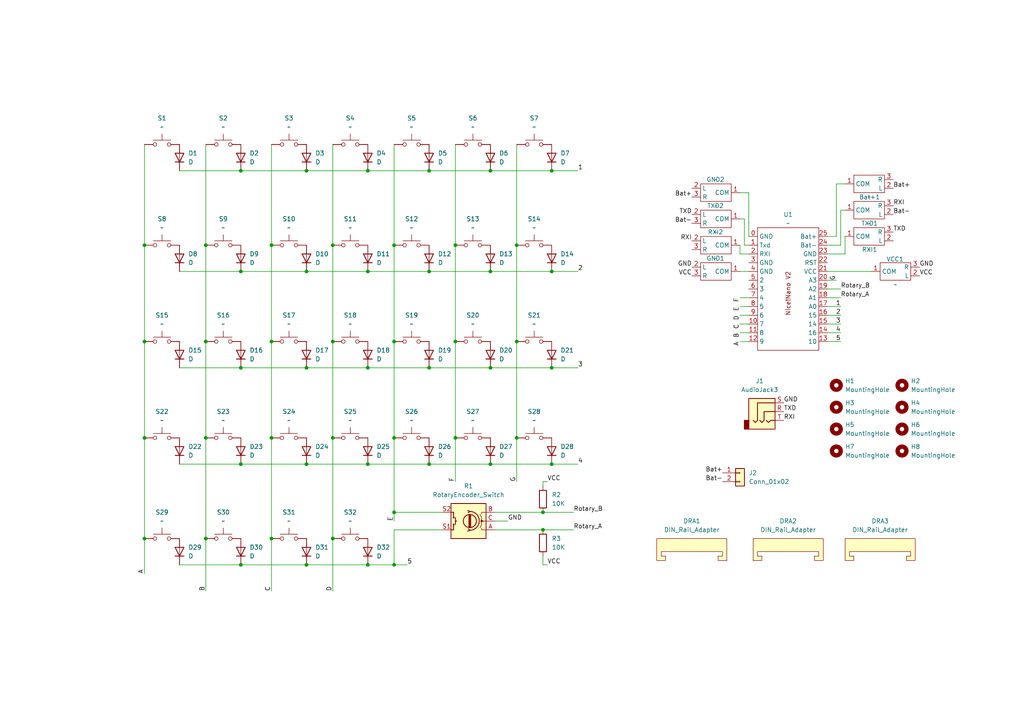
<source format=kicad_sch>
(kicad_sch (version 20231120) (generator "eeschema") (generator_version "8.0")
  (paper "A4")
  (lib_symbols
    (symbol "Connector_Audio:AudioJack3"
      (property "Reference" "J" (at 0 8.89 0))
      (property "Value" "AudioJack3" (at 0 6.35 0))
      (symbol "AudioJack3_0_1"
        (rectangle (start -5.08 -5.08) (end -6.35 -2.54) (stroke (width 0.254)) (fill (type outline)))
        (polyline (pts (xy 0 -2.54) (xy 0.635 -3.175) (xy 1.27 -2.54) (xy 2.54 -2.54)) (stroke (width 0.254)))
        (polyline (pts (xy -1.905 -2.54) (xy -1.27 -3.175) (xy -0.635 -2.54) (xy -0.635 0) (xy 2.54 0)) (stroke (width 0.254)))
        (polyline (pts (xy 2.54 2.54) (xy -2.54 2.54) (xy -2.54 -2.54) (xy -3.175 -3.175) (xy -3.81 -2.54)) (stroke (width 0.254)))
        (rectangle (start 2.54 3.81) (end -5.08 -5.08) (stroke (width 0.254)) (fill (type background)))
      )
      (symbol "AudioJack3_1_1"
        (pin passive line (at 5.08 0 180) (length 2.54) (name "~") (number "R"))
        (pin passive line (at 5.08 2.54 180) (length 2.54) (name "~") (number "S"))
        (pin passive line (at 5.08 -2.54 180) (length 2.54) (name "~") (number "T"))
      )
    )
    (symbol "Connector_Generic:Conn_01x02" (pin_names (offset 1.016) hide)
      (property "Reference" "J" (at 0 2.54 0))
      (property "Value" "Conn_01x02" (at 0 -5.08 0))
      (symbol "Conn_01x02_1_1"
        (rectangle (start -1.27 -2.413) (end 0 -2.667) (stroke (width 0.1524)))
        (rectangle (start -1.27 0.127) (end 0 -0.127) (stroke (width 0.1524)))
        (rectangle (start -1.27 1.27) (end 1.27 -3.81) (stroke (width 0.254)) (fill (type background)))
        (pin passive line (at -5.08 0 0) (length 3.81) (name "Pin_1") (number "1"))
        (pin passive line (at -5.08 -2.54 0) (length 3.81) (name "Pin_2") (number "2"))
      )
    )
    (symbol "Device:D" (pin_numbers hide) (pin_names (offset 1.016) hide)
      (property "Reference" "D" (at 0 2.54 0))
      (property "Value" "D" (at 0 -2.54 0))
      (symbol "D_0_1"
        (polyline (pts (xy -1.27 1.27) (xy -1.27 -1.27)) (stroke (width 0.254)))
        (polyline (pts (xy 1.27 0) (xy -1.27 0)))
        (polyline (pts (xy 1.27 1.27) (xy 1.27 -1.27) (xy -1.27 0) (xy 1.27 1.27)) (stroke (width 0.254)))
      )
      (symbol "D_1_1"
        (pin passive line (at -3.81 0 0) (length 2.54) (name "K") (number "1"))
        (pin passive line (at 3.81 0 180) (length 2.54) (name "A") (number "2"))
      )
    )
    (symbol "Device:R" (pin_numbers hide) (pin_names (offset 0))
      (property "Reference" "R" (at 2.032 0 90))
      (property "Value" "R" (at 0 0 90))
      (symbol "R_0_1"
        (rectangle (start -1.016 -2.54) (end 1.016 2.54) (stroke (width 0.254)))
      )
      (symbol "R_1_1"
        (pin passive line (at 0 3.81 270) (length 1.27) (name "~") (number "1"))
        (pin passive line (at 0 -3.81 90) (length 1.27) (name "~") (number "2"))
      )
    )
    (symbol "Device:RotaryEncoder_Switch" (pin_names (offset 0.254) hide)
      (property "Reference" "SW" (at 0 6.604 0))
      (property "Value" "RotaryEncoder_Switch" (at 0 -6.604 0))
      (symbol "RotaryEncoder_Switch_0_1"
        (rectangle (start -5.08 5.08) (end 5.08 -5.08) (stroke (width 0.254)) (fill (type background)))
        (circle (center -3.81 0) (radius 0.254) (fill (type outline)))
        (circle (center -0.381 0) (radius 1.905) (stroke (width 0.254)))
        (arc (start -0.381 2.667) (mid -3.0988 -0.0635) (end -0.381 -2.794) (stroke (width 0.254)))
        (polyline (pts (xy -0.635 -1.778) (xy -0.635 1.778)) (stroke (width 0.254)))
        (polyline (pts (xy -0.381 -1.778) (xy -0.381 1.778)) (stroke (width 0.254)))
        (polyline (pts (xy -0.127 1.778) (xy -0.127 -1.778)) (stroke (width 0.254)))
        (polyline (pts (xy 3.81 0) (xy 3.429 0)) (stroke (width 0.254)))
        (polyline (pts (xy 3.81 1.016) (xy 3.81 -1.016)) (stroke (width 0.254)))
        (polyline (pts (xy -5.08 -2.54) (xy -3.81 -2.54) (xy -3.81 -2.032)))
        (polyline (pts (xy -5.08 2.54) (xy -3.81 2.54) (xy -3.81 2.032)))
        (polyline (pts (xy 0.254 -3.048) (xy -0.508 -2.794) (xy 0.127 -2.413)) (stroke (width 0.254)))
        (polyline (pts (xy 0.254 2.921) (xy -0.508 2.667) (xy 0.127 2.286)) (stroke (width 0.254)))
        (polyline (pts (xy 5.08 -2.54) (xy 4.318 -2.54) (xy 4.318 -1.016)) (stroke (width 0.254)))
        (polyline (pts (xy 5.08 2.54) (xy 4.318 2.54) (xy 4.318 1.016)) (stroke (width 0.254)))
        (polyline (pts (xy -5.08 0) (xy -3.81 0) (xy -3.81 -1.016) (xy -3.302 -2.032)))
        (polyline (pts (xy -4.318 0) (xy -3.81 0) (xy -3.81 1.016) (xy -3.302 2.032)))
        (circle (center 4.318 -1.016) (radius 0.127) (stroke (width 0.254)))
        (circle (center 4.318 1.016) (radius 0.127) (stroke (width 0.254)))
      )
      (symbol "RotaryEncoder_Switch_1_1"
        (pin passive line (at -7.62 2.54 0) (length 2.54) (name "A") (number "A"))
        (pin passive line (at -7.62 -2.54 0) (length 2.54) (name "B") (number "B"))
        (pin passive line (at -7.62 0 0) (length 2.54) (name "C") (number "C"))
        (pin passive line (at 7.62 2.54 180) (length 2.54) (name "S1") (number "S1"))
        (pin passive line (at 7.62 -2.54 180) (length 2.54) (name "S2") (number "S2"))
      )
    )
    (symbol "Mechanical:DIN_Rail_Adapter" (exclude_from_sim yes)
      (property "Reference" "DRA" (at 0 6.35 0))
      (property "Value" "DIN_Rail_Adapter" (at 0 3.81 0))
      (symbol "DIN_Rail_Adapter_0_1"
        (polyline (pts (xy 10.16 2.54) (xy -10.16 2.54) (xy -10.16 -3.81) (xy -7.62 -3.81) (xy -7.62 -2.54) (xy -8.89 -2.54) (xy -8.89 -1.27) (xy 8.89 -1.27) (xy 8.89 -2.54) (xy 7.62 -2.54) (xy 7.62 -3.81) (xy 10.16 -3.81) (xy 10.16 2.54) (xy -10.16 2.54)) (fill (type background)))
      )
    )
    (symbol "Mechanical:MountingHole" (pin_names (offset 1.016)) (exclude_from_sim yes) (in_bom no)
      (property "Reference" "H" (at 0 5.08 0))
      (property "Value" "MountingHole" (at 0 3.175 0))
      (symbol "MountingHole_0_1"
        (circle (center 0 0) (radius 1.27) (stroke (width 1.27)))
      )
    )
    (symbol "Misc Keyboard Parts:Nice!Nano V2 W/Battery"
      (property "Reference" "U" (at 0 -14.732 0))
      (symbol "Nice!Nano V2 W/Battery_0_1"
        (rectangle (start -8.89 17.78) (end 8.89 -17.78))
      )
      (symbol "Nice!Nano V2 W/Battery_1_1"
        (text "Nice!Nano V2" (at 0 -1.27 900) (effects (font (size 1.27 1.27))))
        (pin power_in line (at -11.43 15.24 0) (length 2.54) (name "GND") (number "0"))
        (pin bidirectional line (at -11.43 12.7 0) (length 2.54) (name "Txd") (number "1"))
        (pin bidirectional line (at -11.43 -10.16 0) (length 2.54) (name "7") (number "10"))
        (pin bidirectional line (at -11.43 -12.7 0) (length 2.54) (name "8") (number "11"))
        (pin bidirectional line (at -11.43 -15.24 0) (length 2.54) (name "9") (number "12"))
        (pin bidirectional line (at 11.43 -15.24 180) (length 2.54) (name "10") (number "13"))
        (pin bidirectional line (at 11.43 -12.7 180) (length 2.54) (name "16") (number "14"))
        (pin bidirectional line (at 11.43 -10.16 180) (length 2.54) (name "14") (number "15"))
        (pin bidirectional line (at 11.43 -7.62 180) (length 2.54) (name "15") (number "16"))
        (pin bidirectional line (at 11.43 -5.08 180) (length 2.54) (name "A0") (number "17"))
        (pin bidirectional line (at 11.43 -2.54 180) (length 2.54) (name "A1") (number "18"))
        (pin bidirectional line (at 11.43 0 180) (length 2.54) (name "A2") (number "19"))
        (pin bidirectional line (at -11.43 10.16 0) (length 2.54) (name "RXI") (number "2"))
        (pin bidirectional line (at 11.43 2.54 180) (length 2.54) (name "A3") (number "20"))
        (pin power_out line (at 11.43 5.08 180) (length 2.54) (name "VCC") (number "21"))
        (pin input line (at 11.43 7.62 180) (length 2.54) (name "RST") (number "22"))
        (pin power_in line (at 11.43 10.16 180) (length 2.54) (name "GND") (number "23"))
        (pin power_in line (at 11.43 12.7 180) (length 2.54) (name "Bat-") (number "24"))
        (pin power_in line (at 11.43 15.24 180) (length 2.54) (name "Bat+") (number "25"))
        (pin power_out line (at -11.43 7.62 0) (length 2.54) (name "GND") (number "3"))
        (pin power_out line (at -11.43 5.08 0) (length 2.54) (name "GND") (number "4"))
        (pin bidirectional line (at -11.43 2.54 0) (length 2.54) (name "2") (number "5"))
        (pin bidirectional line (at -11.43 0 0) (length 2.54) (name "3") (number "6"))
        (pin bidirectional line (at -11.43 -2.54 0) (length 2.54) (name "4") (number "7"))
        (pin bidirectional line (at -11.43 -5.08 0) (length 2.54) (name "5") (number "8"))
        (pin bidirectional line (at -11.43 -7.62 0) (length 2.54) (name "6") (number "9"))
      )
    )
    (symbol "Misc Keyboard Parts:SW_Kali_optional_reversable" (pin_numbers hide) (pin_names (offset 1.016) hide)
      (property "Reference" "SW" (at 1.27 2.54 0))
      (property "Value" "SW_Kali_optional_reversable" (at 0 -1.524 0))
      (symbol "SW_Kali_optional_reversable_0_1"
        (circle (center -2.032 0) (radius 0.508))
        (polyline (pts (xy 0 1.27) (xy 0 3.048)))
        (polyline (pts (xy 2.54 1.27) (xy -2.54 1.27)))
        (circle (center 2.032 0) (radius 0.508))
        (pin passive line (at -5.08 0 0) (length 2.54) (name "A") (number "1"))
        (pin passive line (at 5.08 0 180) (length 2.54) (name "B") (number "2"))
      )
      (symbol "SW_Kali_optional_reversable_1_1"
        (pin passive line (at -5.08 0 0) (length 2.54) hide (name "A") (number "1"))
        (pin passive line (at 5.08 0 180) (length 2.54) hide (name "B") (number "2"))
      )
    )
    (symbol "Misc Keyboard Parts:Side_Indicator"
      (property "Reference" "U" (at 0 3.556 0))
      (symbol "Side_Indicator_0_1"
        (rectangle (start -3.81 2.54) (end 5.08 -2.54))
      )
      (symbol "Side_Indicator_1_1"
        (pin bidirectional line (at 7.62 0 180) (length 2.54) (name "COM") (number "1"))
        (pin bidirectional line (at -6.35 1.27 0) (length 2.54) (name "L") (number "2"))
        (pin bidirectional line (at -6.35 -1.27 0) (length 2.54) (name "R") (number "3"))
      )
    )
  )
  (junction (at 157.48 153.67))
  (junction (at 149.86 99.06))
  (junction (at 142.24 134.62))
  (junction (at 142.24 49.53))
  (junction (at 69.85 49.53))
  (junction (at 41.91 99.06))
  (junction (at 106.68 106.68))
  (junction (at 114.3 127))
  (junction (at 41.91 156.21))
  (junction (at 78.74 156.21))
  (junction (at 106.68 78.74))
  (junction (at 41.91 71.12))
  (junction (at 59.69 127))
  (junction (at 59.69 156.21))
  (junction (at 96.52 99.06))
  (junction (at 114.3 163.83))
  (junction (at 88.9 106.68))
  (junction (at 88.9 163.83))
  (junction (at 114.3 99.06))
  (junction (at 142.24 106.68))
  (junction (at 124.46 106.68))
  (junction (at 78.74 127))
  (junction (at 41.91 127))
  (junction (at 160.02 49.53))
  (junction (at 88.9 134.62))
  (junction (at 132.08 71.12))
  (junction (at 106.68 134.62))
  (junction (at 88.9 78.74))
  (junction (at 96.52 71.12))
  (junction (at 132.08 127))
  (junction (at 157.48 148.59))
  (junction (at 149.86 71.12))
  (junction (at 149.86 127))
  (junction (at 106.68 49.53))
  (junction (at 59.69 71.12))
  (junction (at 106.68 163.83))
  (junction (at 69.85 78.74))
  (junction (at 160.02 106.68))
  (junction (at 124.46 49.53))
  (junction (at 59.69 99.06))
  (junction (at 142.24 78.74))
  (junction (at 114.3 71.12))
  (junction (at 96.52 156.21))
  (junction (at 78.74 99.06))
  (junction (at 96.52 127))
  (junction (at 160.02 78.74))
  (junction (at 88.9 49.53))
  (junction (at 124.46 134.62))
  (junction (at 69.85 163.83))
  (junction (at 69.85 106.68))
  (junction (at 78.74 71.12))
  (junction (at 160.02 134.62))
  (junction (at 114.3 148.59))
  (junction (at 69.85 134.62))
  (junction (at 132.08 99.06))
  (junction (at 124.46 78.74))
  (wire (pts (xy 106.68 134.62) (xy 124.46 134.62)))
  (wire (pts (xy 69.85 134.62) (xy 88.9 134.62)))
  (wire (pts (xy 41.91 156.21) (xy 41.91 166.37)))
  (wire (pts (xy 214.63 63.5) (xy 215.9 63.5)))
  (wire (pts (xy 245.11 73.66) (xy 240.03 73.66)))
  (wire (pts (xy 78.74 71.12) (xy 78.74 99.06)))
  (wire (pts (xy 214.63 99.06) (xy 217.17 99.06)))
  (wire (pts (xy 52.07 106.68) (xy 69.85 106.68)))
  (wire (pts (xy 214.63 78.74) (xy 217.17 78.74)))
  (wire (pts (xy 96.52 156.21) (xy 96.52 171.45)))
  (wire (pts (xy 245.11 68.58) (xy 245.11 73.66)))
  (wire (pts (xy 69.85 78.74) (xy 88.9 78.74)))
  (wire (pts (xy 214.63 73.66) (xy 217.17 73.66)))
  (wire (pts (xy 114.3 127) (xy 114.3 99.06)))
  (wire (pts (xy 106.68 78.74) (xy 124.46 78.74)))
  (wire (pts (xy 78.74 156.21) (xy 78.74 171.45)))
  (wire (pts (xy 114.3 153.67) (xy 114.3 163.83)))
  (wire (pts (xy 143.51 148.59) (xy 157.48 148.59)))
  (wire (pts (xy 114.3 163.83) (xy 118.11 163.83)))
  (wire (pts (xy 240.03 96.52) (xy 243.84 96.52)))
  (wire (pts (xy 78.74 127) (xy 78.74 156.21)))
  (wire (pts (xy 243.84 71.12) (xy 240.03 71.12)))
  (wire (pts (xy 240.03 78.74) (xy 252.73 78.74)))
  (wire (pts (xy 78.74 99.06) (xy 78.74 127)))
  (wire (pts (xy 88.9 78.74) (xy 106.68 78.74)))
  (wire (pts (xy 240.03 81.28) (xy 242.57 81.28)))
  (wire (pts (xy 124.46 49.53) (xy 142.24 49.53)))
  (wire (pts (xy 149.86 99.06) (xy 149.86 127)))
  (wire (pts (xy 114.3 148.59) (xy 114.3 151.13)))
  (wire (pts (xy 106.68 163.83) (xy 114.3 163.83)))
  (wire (pts (xy 88.9 106.68) (xy 106.68 106.68)))
  (wire (pts (xy 78.74 41.91) (xy 78.74 71.12)))
  (wire (pts (xy 41.91 71.12) (xy 41.91 99.06)))
  (wire (pts (xy 59.69 41.91) (xy 59.69 71.12)))
  (wire (pts (xy 132.08 99.06) (xy 132.08 127)))
  (wire (pts (xy 96.52 71.12) (xy 96.52 99.06)))
  (wire (pts (xy 114.3 99.06) (xy 114.3 71.12)))
  (wire (pts (xy 240.03 91.44) (xy 243.84 91.44)))
  (wire (pts (xy 59.69 127) (xy 59.69 156.21)))
  (wire (pts (xy 52.07 78.74) (xy 69.85 78.74)))
  (wire (pts (xy 157.48 140.97) (xy 157.48 139.7)))
  (wire (pts (xy 142.24 134.62) (xy 160.02 134.62)))
  (wire (pts (xy 149.86 127) (xy 149.86 139.7)))
  (wire (pts (xy 214.63 91.44) (xy 217.17 91.44)))
  (wire (pts (xy 88.9 163.83) (xy 106.68 163.83)))
  (wire (pts (xy 69.85 49.53) (xy 88.9 49.53)))
  (wire (pts (xy 124.46 134.62) (xy 142.24 134.62)))
  (wire (pts (xy 214.63 93.98) (xy 217.17 93.98)))
  (wire (pts (xy 59.69 71.12) (xy 59.69 99.06)))
  (wire (pts (xy 88.9 134.62) (xy 106.68 134.62)))
  (wire (pts (xy 96.52 41.91) (xy 96.52 71.12)))
  (wire (pts (xy 214.63 86.36) (xy 217.17 86.36)))
  (wire (pts (xy 124.46 78.74) (xy 142.24 78.74)))
  (wire (pts (xy 124.46 106.68) (xy 142.24 106.68)))
  (wire (pts (xy 240.03 93.98) (xy 243.84 93.98)))
  (wire (pts (xy 157.48 153.67) (xy 166.37 153.67)))
  (wire (pts (xy 160.02 134.62) (xy 167.64 134.62)))
  (wire (pts (xy 132.08 41.91) (xy 132.08 71.12)))
  (wire (pts (xy 157.48 161.29) (xy 157.48 163.83)))
  (wire (pts (xy 96.52 127) (xy 96.52 156.21)))
  (wire (pts (xy 149.86 71.12) (xy 149.86 99.06)))
  (wire (pts (xy 214.63 71.12) (xy 214.63 73.66)))
  (wire (pts (xy 41.91 99.06) (xy 41.91 127)))
  (wire (pts (xy 242.57 53.34) (xy 242.57 68.58)))
  (wire (pts (xy 52.07 134.62) (xy 69.85 134.62)))
  (wire (pts (xy 128.27 148.59) (xy 114.3 148.59)))
  (wire (pts (xy 128.27 153.67) (xy 114.3 153.67)))
  (wire (pts (xy 96.52 99.06) (xy 96.52 127)))
  (wire (pts (xy 240.03 88.9) (xy 243.84 88.9)))
  (wire (pts (xy 214.63 96.52) (xy 217.17 96.52)))
  (wire (pts (xy 149.86 41.91) (xy 149.86 71.12)))
  (wire (pts (xy 132.08 71.12) (xy 132.08 99.06)))
  (wire (pts (xy 88.9 49.53) (xy 106.68 49.53)))
  (wire (pts (xy 114.3 71.12) (xy 114.3 41.91)))
  (wire (pts (xy 242.57 68.58) (xy 240.03 68.58)))
  (wire (pts (xy 69.85 106.68) (xy 88.9 106.68)))
  (wire (pts (xy 240.03 83.82) (xy 243.84 83.82)))
  (wire (pts (xy 160.02 78.74) (xy 167.64 78.74)))
  (wire (pts (xy 157.48 148.59) (xy 166.37 148.59)))
  (wire (pts (xy 243.84 60.96) (xy 243.84 71.12)))
  (wire (pts (xy 59.69 99.06) (xy 59.69 127)))
  (wire (pts (xy 142.24 49.53) (xy 160.02 49.53)))
  (wire (pts (xy 142.24 106.68) (xy 160.02 106.68)))
  (wire (pts (xy 240.03 99.06) (xy 243.84 99.06)))
  (wire (pts (xy 41.91 127) (xy 41.91 156.21)))
  (wire (pts (xy 106.68 106.68) (xy 124.46 106.68)))
  (wire (pts (xy 160.02 106.68) (xy 167.64 106.68)))
  (wire (pts (xy 69.85 163.83) (xy 88.9 163.83)))
  (wire (pts (xy 106.68 49.53) (xy 124.46 49.53)))
  (wire (pts (xy 215.9 63.5) (xy 215.9 71.12)))
  (wire (pts (xy 52.07 163.83) (xy 69.85 163.83)))
  (wire (pts (xy 41.91 41.91) (xy 41.91 71.12)))
  (wire (pts (xy 59.69 156.21) (xy 59.69 171.45)))
  (wire (pts (xy 142.24 78.74) (xy 160.02 78.74)))
  (wire (pts (xy 132.08 127) (xy 132.08 139.7)))
  (wire (pts (xy 215.9 71.12) (xy 217.17 71.12)))
  (wire (pts (xy 143.51 151.13) (xy 147.32 151.13)))
  (wire (pts (xy 217.17 55.88) (xy 217.17 68.58)))
  (wire (pts (xy 245.11 53.34) (xy 242.57 53.34)))
  (wire (pts (xy 157.48 163.83) (xy 158.75 163.83)))
  (wire (pts (xy 114.3 148.59) (xy 114.3 127)))
  (wire (pts (xy 240.03 86.36) (xy 243.84 86.36)))
  (wire (pts (xy 160.02 49.53) (xy 167.64 49.53)))
  (wire (pts (xy 214.63 88.9) (xy 217.17 88.9)))
  (wire (pts (xy 52.07 49.53) (xy 69.85 49.53)))
  (wire (pts (xy 157.48 139.7) (xy 158.75 139.7)))
  (wire (pts (xy 143.51 153.67) (xy 157.48 153.67)))
  (wire (pts (xy 245.11 60.96) (xy 243.84 60.96)))
  (wire (pts (xy 214.63 55.88) (xy 217.17 55.88)))
  (label "F" (at 132.08 139.7 90))
  (label "TXD" (at 227.33 119.38 0))
  (label "A" (at 214.63 99.06 270))
  (label "3" (at 243.84 93.98 180))
  (label "E" (at 114.3 151.13 90))
  (label "1" (at 243.84 88.9 180))
  (label "GND" (at 200.66 77.47 180))
  (label "VCC" (at 200.66 80.01 180))
  (label "5" (at 118.11 163.83 0))
  (label "3" (at 167.64 106.68 0))
  (label "5" (at 243.84 99.06 180))
  (label "B" (at 214.63 96.52 270))
  (label "VCC" (at 158.75 163.83 0))
  (label "Rotary_A" (at 243.84 86.36 0))
  (label "Bat-" (at 209.55 139.7 180))
  (label "Bat-" (at 259.08 62.23 0))
  (label "G" (at 242.57 81.28 90))
  (label "2" (at 243.84 91.44 180))
  (label "GND" (at 227.33 116.84 0))
  (label "Bat+" (at 259.08 54.61 0))
  (label "B" (at 59.69 171.45 90))
  (label "RXI" (at 200.66 69.85 180))
  (label "TXD" (at 200.66 62.23 180))
  (label "D" (at 96.52 171.45 90))
  (label "TXD" (at 259.08 67.31 0))
  (label "Bat+" (at 209.55 137.16 180))
  (label "GND" (at 266.7 77.47 0))
  (label "RXI" (at 259.08 59.69 0))
  (label "RXI" (at 227.33 121.92 0))
  (label "4" (at 167.64 134.62 0))
  (label "C" (at 214.63 93.98 270))
  (label "Rotary_B" (at 243.84 83.82 0))
  (label "Bat-" (at 200.66 64.77 180))
  (label "Rotary_A" (at 166.37 153.67 0))
  (label "1" (at 167.64 49.53 0))
  (label "A" (at 41.91 166.37 90))
  (label "C" (at 78.74 171.45 90))
  (label "4" (at 243.84 96.52 180))
  (label "2" (at 167.64 78.74 0))
  (label "F" (at 214.63 86.36 270))
  (label "E" (at 214.63 88.9 270))
  (label "VCC" (at 266.7 80.01 0))
  (label "VCC" (at 158.75 139.7 0))
  (label "G" (at 149.86 139.7 90))
  (label "Rotary_B" (at 166.37 148.59 0))
  (label "GND" (at 147.32 151.13 0))
  (label "D" (at 214.63 91.44 270))
  (label "Bat+" (at 200.66 57.15 180))
  (symbol (lib_id "Device:D") (at 160.02 45.72 90) (unit 1)
    (property "Reference" "D7" (at 162.56 44.4499 90) (effects (justify right)))
    (property "Value" "D" (at 162.56 46.9899 90) (effects (justify right)))
    (property "Footprint" "Misc Keyboard Parts:reversable_diode" (effects (hide yes)))
    (property "Description" "Diode" (effects (hide yes)))
    (property "Sim.Device" "D" (effects (hide yes)))
    (property "Sim.Pins" "1=K 2=A" (effects (hide yes)))
  )
  (symbol (lib_id "Misc Keyboard Parts:SW_Kali_optional_reversable") (at 64.77 99.06 0) (unit 1)
    (property "Reference" "S16" (at 64.77 91.44 0))
    (property "Value" "~" (at 64.77 93.98 0))
    (property "Footprint" "keyswitches:Kailh_socket_PG1350_optional_reversible" (effects (hide yes)))
    (property "Datasheet" "http://www.apem.com/int/index.php?controller=attachment&id_attachment=488" (effects (hide yes)))
    (property "Description" "MEC 5G single pole normally-open tactile switch" (effects (hide yes)))
  )
  (symbol (lib_id "Misc Keyboard Parts:SW_Kali_optional_reversable") (at 119.38 41.91 0) (unit 1)
    (property "Reference" "S5" (at 119.38 34.29 0))
    (property "Value" "~" (at 119.38 36.83 0))
    (property "Footprint" "keyswitches:Kailh_socket_PG1350_optional_reversible" (effects (hide yes)))
    (property "Datasheet" "http://www.apem.com/int/index.php?controller=attachment&id_attachment=488" (effects (hide yes)))
    (property "Description" "MEC 5G single pole normally-open tactile switch" (effects (hide yes)))
  )
  (symbol (lib_id "Misc Keyboard Parts:SW_Kali_optional_reversable") (at 137.16 41.91 0) (unit 1)
    (property "Reference" "S6" (at 137.16 34.29 0))
    (property "Value" "~" (at 137.16 36.83 0))
    (property "Footprint" "keyswitches:Kailh_socket_PG1350_optional_reversible" (effects (hide yes)))
    (property "Datasheet" "http://www.apem.com/int/index.php?controller=attachment&id_attachment=488" (effects (hide yes)))
    (property "Description" "MEC 5G single pole normally-open tactile switch" (effects (hide yes)))
  )
  (symbol (lib_id "Misc Keyboard Parts:Side_Indicator") (at 207.01 78.74 0) (unit 1)
    (property "Reference" "GND1" (at 207.518 74.93 0))
    (property "Value" "~" (at 207.645 74.93 0))
    (property "Footprint" "Misc Keyboard Parts:Side_Indicator" (effects (hide yes)))
  )
  (symbol (lib_id "Misc Keyboard Parts:SW_Kali_optional_reversable") (at 101.6 99.06 0) (unit 1)
    (property "Reference" "S18" (at 101.6 91.44 0))
    (property "Value" "~" (at 101.6 93.98 0))
    (property "Footprint" "keyswitches:Kailh_socket_PG1350_optional_reversible" (effects (hide yes)))
    (property "Datasheet" "http://www.apem.com/int/index.php?controller=attachment&id_attachment=488" (effects (hide yes)))
    (property "Description" "MEC 5G single pole normally-open tactile switch" (effects (hide yes)))
  )
  (symbol (lib_id "Mechanical:MountingHole") (at 242.57 130.81 0) (unit 1) (exclude_from_sim yes) (in_bom no)
    (property "Reference" "H7" (at 245.11 129.5399 0) (effects (justify left)))
    (property "Value" "MountingHole" (at 245.11 132.0799 0) (effects (justify left)))
    (property "Footprint" "MountingHole:MountingHole_2.2mm_M2" (effects (hide yes)))
    (property "Description" "Mounting Hole without connection" (effects (hide yes)))
  )
  (symbol (lib_id "Misc Keyboard Parts:Side_Indicator") (at 252.73 53.34 180) (unit 1)
    (property "Reference" "Bat+1" (at 252.222 57.15 0))
    (property "Value" "~" (at 252.095 57.15 0))
    (property "Footprint" "Misc Keyboard Parts:Side_Indicator" (effects (hide yes)))
  )
  (symbol (lib_id "Misc Keyboard Parts:SW_Kali_optional_reversable") (at 101.6 156.21 0) (unit 1)
    (property "Reference" "S32" (at 101.6 148.59 0))
    (property "Value" "~" (at 101.6 151.13 0))
    (property "Footprint" "keyswitches:Kailh_socket_PG1350_optional_reversible" (effects (hide yes)))
    (property "Datasheet" "http://www.apem.com/int/index.php?controller=attachment&id_attachment=488" (effects (hide yes)))
    (property "Description" "MEC 5G single pole normally-open tactile switch" (effects (hide yes)))
  )
  (symbol (lib_id "Device:D") (at 88.9 130.81 90) (unit 1)
    (property "Reference" "D24" (at 91.44 129.5399 90) (effects (justify right)))
    (property "Value" "D" (at 91.44 132.0799 90) (effects (justify right)))
    (property "Footprint" "Misc Keyboard Parts:reversable_diode" (effects (hide yes)))
    (property "Description" "Diode" (effects (hide yes)))
    (property "Sim.Device" "D" (effects (hide yes)))
    (property "Sim.Pins" "1=K 2=A" (effects (hide yes)))
  )
  (symbol (lib_id "Mechanical:MountingHole") (at 261.62 118.11 0) (unit 1) (exclude_from_sim yes) (in_bom no)
    (property "Reference" "H4" (at 264.16 116.8399 0) (effects (justify left)))
    (property "Value" "MountingHole" (at 264.16 119.3799 0) (effects (justify left)))
    (property "Footprint" "MountingHole:MountingHole_2.2mm_M2" (effects (hide yes)))
    (property "Description" "Mounting Hole without connection" (effects (hide yes)))
  )
  (symbol (lib_id "Device:D") (at 160.02 74.93 90) (unit 1)
    (property "Reference" "D14" (at 162.56 73.6599 90) (effects (justify right)))
    (property "Value" "D" (at 162.56 76.1999 90) (effects (justify right)))
    (property "Footprint" "Misc Keyboard Parts:reversable_diode" (effects (hide yes)))
    (property "Description" "Diode" (effects (hide yes)))
    (property "Sim.Device" "D" (effects (hide yes)))
    (property "Sim.Pins" "1=K 2=A" (effects (hide yes)))
  )
  (symbol (lib_id "Mechanical:DIN_Rail_Adapter") (at 200.66 158.75 0) (unit 1) (exclude_from_sim yes)
    (property "Reference" "DRA1" (at 200.66 151.13 0))
    (property "Value" "DIN_Rail_Adapter" (at 200.66 153.67 0))
    (property "Footprint" "keyswitches:Stabilizer_MX_2u" (effects (hide yes)))
    (property "Description" "DIN Rail adapter universal, mounting holes without connection" (effects (hide yes)))
  )
  (symbol (lib_id "Device:D") (at 88.9 102.87 90) (unit 1)
    (property "Reference" "D17" (at 91.44 101.5999 90) (effects (justify right)))
    (property "Value" "D" (at 91.44 104.1399 90) (effects (justify right)))
    (property "Footprint" "Misc Keyboard Parts:reversable_diode" (effects (hide yes)))
    (property "Description" "Diode" (effects (hide yes)))
    (property "Sim.Device" "D" (effects (hide yes)))
    (property "Sim.Pins" "1=K 2=A" (effects (hide yes)))
  )
  (symbol (lib_id "Device:D") (at 160.02 102.87 90) (unit 1)
    (property "Reference" "D21" (at 162.56 101.5999 90) (effects (justify right)))
    (property "Value" "D" (at 162.56 104.1399 90) (effects (justify right)))
    (property "Footprint" "Misc Keyboard Parts:reversable_diode" (effects (hide yes)))
    (property "Description" "Diode" (effects (hide yes)))
    (property "Sim.Device" "D" (effects (hide yes)))
    (property "Sim.Pins" "1=K 2=A" (effects (hide yes)))
  )
  (symbol (lib_id "Device:D") (at 88.9 45.72 90) (unit 1)
    (property "Reference" "D3" (at 91.44 44.4499 90) (effects (justify right)))
    (property "Value" "D" (at 91.44 46.9899 90) (effects (justify right)))
    (property "Footprint" "Misc Keyboard Parts:reversable_diode" (effects (hide yes)))
    (property "Description" "Diode" (effects (hide yes)))
    (property "Sim.Device" "D" (effects (hide yes)))
    (property "Sim.Pins" "1=K 2=A" (effects (hide yes)))
  )
  (symbol (lib_id "Device:D") (at 69.85 102.87 90) (unit 1)
    (property "Reference" "D16" (at 72.39 101.5999 90) (effects (justify right)))
    (property "Value" "D" (at 72.39 104.1399 90) (effects (justify right)))
    (property "Footprint" "Misc Keyboard Parts:reversable_diode" (effects (hide yes)))
    (property "Description" "Diode" (effects (hide yes)))
    (property "Sim.Device" "D" (effects (hide yes)))
    (property "Sim.Pins" "1=K 2=A" (effects (hide yes)))
  )
  (symbol (lib_id "Misc Keyboard Parts:SW_Kali_optional_reversable") (at 83.82 156.21 0) (unit 1)
    (property "Reference" "S31" (at 83.82 148.59 0))
    (property "Value" "~" (at 83.82 151.13 0))
    (property "Footprint" "keyswitches:Kailh_socket_PG1350_optional_reversible" (effects (hide yes)))
    (property "Datasheet" "http://www.apem.com/int/index.php?controller=attachment&id_attachment=488" (effects (hide yes)))
    (property "Description" "MEC 5G single pole normally-open tactile switch" (effects (hide yes)))
  )
  (symbol (lib_id "Device:D") (at 124.46 74.93 90) (unit 1)
    (property "Reference" "D12" (at 127 73.6599 90) (effects (justify right)))
    (property "Value" "D" (at 127 76.1999 90) (effects (justify right)))
    (property "Footprint" "Misc Keyboard Parts:reversable_diode" (effects (hide yes)))
    (property "Description" "Diode" (effects (hide yes)))
    (property "Sim.Device" "D" (effects (hide yes)))
    (property "Sim.Pins" "1=K 2=A" (effects (hide yes)))
  )
  (symbol (lib_id "Device:D") (at 142.24 130.81 90) (unit 1)
    (property "Reference" "D27" (at 144.78 129.5399 90) (effects (justify right)))
    (property "Value" "D" (at 144.78 132.0799 90) (effects (justify right)))
    (property "Footprint" "Misc Keyboard Parts:reversable_diode" (effects (hide yes)))
    (property "Description" "Diode" (effects (hide yes)))
    (property "Sim.Device" "D" (effects (hide yes)))
    (property "Sim.Pins" "1=K 2=A" (effects (hide yes)))
  )
  (symbol (lib_id "Misc Keyboard Parts:SW_Kali_optional_reversable") (at 119.38 71.12 0) (unit 1)
    (property "Reference" "S12" (at 119.38 63.5 0))
    (property "Value" "~" (at 119.38 66.04 0))
    (property "Footprint" "keyswitches:Kailh_socket_PG1350_optional_reversible" (effects (hide yes)))
    (property "Datasheet" "http://www.apem.com/int/index.php?controller=attachment&id_attachment=488" (effects (hide yes)))
    (property "Description" "MEC 5G single pole normally-open tactile switch" (effects (hide yes)))
  )
  (symbol (lib_id "Device:D") (at 52.07 160.02 90) (unit 1)
    (property "Reference" "D29" (at 54.61 158.7499 90) (effects (justify right)))
    (property "Value" "D" (at 54.61 161.2899 90) (effects (justify right)))
    (property "Footprint" "Misc Keyboard Parts:reversable_diode" (effects (hide yes)))
    (property "Description" "Diode" (effects (hide yes)))
    (property "Sim.Device" "D" (effects (hide yes)))
    (property "Sim.Pins" "1=K 2=A" (effects (hide yes)))
  )
  (symbol (lib_id "Device:D") (at 142.24 45.72 90) (unit 1)
    (property "Reference" "D6" (at 144.78 44.4499 90) (effects (justify right)))
    (property "Value" "D" (at 144.78 46.9899 90) (effects (justify right)))
    (property "Footprint" "Misc Keyboard Parts:reversable_diode" (effects (hide yes)))
    (property "Description" "Diode" (effects (hide yes)))
    (property "Sim.Device" "D" (effects (hide yes)))
    (property "Sim.Pins" "1=K 2=A" (effects (hide yes)))
  )
  (symbol (lib_id "Connector_Audio:AudioJack3") (at 222.25 119.38 0) (unit 1)
    (property "Reference" "J1" (at 220.345 110.49 0))
    (property "Value" "AudioJack3" (at 220.345 113.03 0))
    (property "Footprint" "Connector_Audio:Jack_3.5mm_CUI_SJ1-3523N_Horizontal" (effects (hide yes)))
    (property "Description" "Audio Jack, 3 Poles (Stereo / TRS)" (effects (hide yes)))
  )
  (symbol (lib_id "Device:D") (at 52.07 102.87 90) (unit 1)
    (property "Reference" "D15" (at 54.61 101.5999 90) (effects (justify right)))
    (property "Value" "D" (at 54.61 104.1399 90) (effects (justify right)))
    (property "Footprint" "Misc Keyboard Parts:reversable_diode" (effects (hide yes)))
    (property "Description" "Diode" (effects (hide yes)))
    (property "Sim.Device" "D" (effects (hide yes)))
    (property "Sim.Pins" "1=K 2=A" (effects (hide yes)))
  )
  (symbol (lib_id "Misc Keyboard Parts:Side_Indicator") (at 252.73 68.58 180) (unit 1)
    (property "Reference" "RXI1" (at 252.222 72.39 0))
    (property "Value" "~" (at 252.095 72.39 0))
    (property "Footprint" "Misc Keyboard Parts:Side_Indicator" (effects (hide yes)))
  )
  (symbol (lib_id "Device:D") (at 69.85 45.72 90) (unit 1)
    (property "Reference" "D2" (at 72.39 44.4499 90) (effects (justify right)))
    (property "Value" "D" (at 72.39 46.9899 90) (effects (justify right)))
    (property "Footprint" "Misc Keyboard Parts:reversable_diode" (effects (hide yes)))
    (property "Description" "Diode" (effects (hide yes)))
    (property "Sim.Device" "D" (effects (hide yes)))
    (property "Sim.Pins" "1=K 2=A" (effects (hide yes)))
  )
  (symbol (lib_id "Device:D") (at 106.68 102.87 90) (unit 1)
    (property "Reference" "D18" (at 109.22 101.5999 90) (effects (justify right)))
    (property "Value" "D" (at 109.22 104.1399 90) (effects (justify right)))
    (property "Footprint" "Misc Keyboard Parts:reversable_diode" (effects (hide yes)))
    (property "Description" "Diode" (effects (hide yes)))
    (property "Sim.Device" "D" (effects (hide yes)))
    (property "Sim.Pins" "1=K 2=A" (effects (hide yes)))
  )
  (symbol (lib_id "Misc Keyboard Parts:SW_Kali_optional_reversable") (at 119.38 127 0) (unit 1)
    (property "Reference" "S26" (at 119.38 119.38 0))
    (property "Value" "~" (at 119.38 121.92 0))
    (property "Footprint" "keyswitches:Kailh_socket_PG1350_optional_reversible" (effects (hide yes)))
    (property "Datasheet" "http://www.apem.com/int/index.php?controller=attachment&id_attachment=488" (effects (hide yes)))
    (property "Description" "MEC 5G single pole normally-open tactile switch" (effects (hide yes)))
  )
  (symbol (lib_id "Device:D") (at 106.68 160.02 90) (unit 1)
    (property "Reference" "D32" (at 109.22 158.7499 90) (effects (justify right)))
    (property "Value" "D" (at 109.22 161.2899 90) (effects (justify right)))
    (property "Footprint" "Misc Keyboard Parts:reversable_diode" (effects (hide yes)))
    (property "Description" "Diode" (effects (hide yes)))
    (property "Sim.Device" "D" (effects (hide yes)))
    (property "Sim.Pins" "1=K 2=A" (effects (hide yes)))
  )
  (symbol (lib_id "Device:D") (at 106.68 74.93 90) (unit 1)
    (property "Reference" "D11" (at 109.22 73.6599 90) (effects (justify right)))
    (property "Value" "D" (at 109.22 76.1999 90) (effects (justify right)))
    (property "Footprint" "Misc Keyboard Parts:reversable_diode" (effects (hide yes)))
    (property "Description" "Diode" (effects (hide yes)))
    (property "Sim.Device" "D" (effects (hide yes)))
    (property "Sim.Pins" "1=K 2=A" (effects (hide yes)))
  )
  (symbol (lib_id "Device:D") (at 88.9 160.02 90) (unit 1)
    (property "Reference" "D31" (at 91.44 158.7499 90) (effects (justify right)))
    (property "Value" "D" (at 91.44 161.2899 90) (effects (justify right)))
    (property "Footprint" "Misc Keyboard Parts:reversable_diode" (effects (hide yes)))
    (property "Description" "Diode" (effects (hide yes)))
    (property "Sim.Device" "D" (effects (hide yes)))
    (property "Sim.Pins" "1=K 2=A" (effects (hide yes)))
  )
  (symbol (lib_id "Mechanical:MountingHole") (at 261.62 111.76 0) (unit 1) (exclude_from_sim yes) (in_bom no)
    (property "Reference" "H2" (at 264.16 110.4899 0) (effects (justify left)))
    (property "Value" "MountingHole" (at 264.16 113.0299 0) (effects (justify left)))
    (property "Footprint" "MountingHole:MountingHole_2.2mm_M2" (effects (hide yes)))
    (property "Description" "Mounting Hole without connection" (effects (hide yes)))
  )
  (symbol (lib_id "Misc Keyboard Parts:SW_Kali_optional_reversable") (at 46.99 41.91 0) (unit 1)
    (property "Reference" "S1" (at 46.99 34.29 0))
    (property "Value" "~" (at 46.99 36.83 0))
    (property "Footprint" "keyswitches:Kailh_socket_PG1350_optional_reversible" (effects (hide yes)))
    (property "Datasheet" "http://www.apem.com/int/index.php?controller=attachment&id_attachment=488" (effects (hide yes)))
    (property "Description" "MEC 5G single pole normally-open tactile switch" (effects (hide yes)))
  )
  (symbol (lib_id "Mechanical:DIN_Rail_Adapter") (at 228.6 158.75 0) (unit 1) (exclude_from_sim yes)
    (property "Reference" "DRA2" (at 228.6 151.13 0))
    (property "Value" "DIN_Rail_Adapter" (at 228.6 153.67 0))
    (property "Footprint" "keyswitches:Stabilizer_MX_2u" (effects (hide yes)))
    (property "Description" "DIN Rail adapter universal, mounting holes without connection" (effects (hide yes)))
  )
  (symbol (lib_id "Mechanical:MountingHole") (at 242.57 118.11 0) (unit 1) (exclude_from_sim yes) (in_bom no)
    (property "Reference" "H3" (at 245.11 116.8399 0) (effects (justify left)))
    (property "Value" "MountingHole" (at 245.11 119.3799 0) (effects (justify left)))
    (property "Footprint" "MountingHole:MountingHole_2.2mm_M2" (effects (hide yes)))
    (property "Description" "Mounting Hole without connection" (effects (hide yes)))
  )
  (symbol (lib_id "Device:D") (at 124.46 102.87 90) (unit 1)
    (property "Reference" "D19" (at 127 101.5999 90) (effects (justify right)))
    (property "Value" "D" (at 127 104.1399 90) (effects (justify right)))
    (property "Footprint" "Misc Keyboard Parts:reversable_diode" (effects (hide yes)))
    (property "Description" "Diode" (effects (hide yes)))
    (property "Sim.Device" "D" (effects (hide yes)))
    (property "Sim.Pins" "1=K 2=A" (effects (hide yes)))
  )
  (symbol (lib_id "Misc Keyboard Parts:SW_Kali_optional_reversable") (at 46.99 127 0) (unit 1)
    (property "Reference" "S22" (at 46.99 119.38 0))
    (property "Value" "~" (at 46.99 121.92 0))
    (property "Footprint" "keyswitches:Kailh_socket_PG1350_optional_reversible" (effects (hide yes)))
    (property "Datasheet" "http://www.apem.com/int/index.php?controller=attachment&id_attachment=488" (effects (hide yes)))
    (property "Description" "MEC 5G single pole normally-open tactile switch" (effects (hide yes)))
  )
  (symbol (lib_id "Misc Keyboard Parts:Nice!Nano V2 W/Battery") (at 228.6 83.82 0) (unit 1)
    (property "Reference" "U1" (at 228.6 62.23 0))
    (property "Value" "~" (at 228.6 64.77 0))
    (property "Footprint" "Misc Keyboard Parts:Nice!NanoV2" (effects (hide yes)))
  )
  (symbol (lib_id "Device:D") (at 106.68 130.81 90) (unit 1)
    (property "Reference" "D25" (at 109.22 129.5399 90) (effects (justify right)))
    (property "Value" "D" (at 109.22 132.0799 90) (effects (justify right)))
    (property "Footprint" "Misc Keyboard Parts:reversable_diode" (effects (hide yes)))
    (property "Description" "Diode" (effects (hide yes)))
    (property "Sim.Device" "D" (effects (hide yes)))
    (property "Sim.Pins" "1=K 2=A" (effects (hide yes)))
  )
  (symbol (lib_id "Misc Keyboard Parts:SW_Kali_optional_reversable") (at 101.6 127 0) (unit 1)
    (property "Reference" "S25" (at 101.6 119.38 0))
    (property "Value" "~" (at 101.6 121.92 0))
    (property "Footprint" "keyswitches:Kailh_socket_PG1350_optional_reversible" (effects (hide yes)))
    (property "Datasheet" "http://www.apem.com/int/index.php?controller=attachment&id_attachment=488" (effects (hide yes)))
    (property "Description" "MEC 5G single pole normally-open tactile switch" (effects (hide yes)))
  )
  (symbol (lib_id "Device:R") (at 157.48 144.78 0) (unit 1)
    (property "Reference" "R2" (at 160.02 143.5099 0) (effects (justify left)))
    (property "Value" "10K" (at 160.02 146.0499 0) (effects (justify left)))
    (property "Footprint" "Resistor_THT:R_Axial_DIN0204_L3.6mm_D1.6mm_P7.62mm_Horizontal" (effects (hide yes)))
    (property "Description" "Resistor" (effects (hide yes)))
  )
  (symbol (lib_id "Device:D") (at 88.9 74.93 90) (unit 1)
    (property "Reference" "D10" (at 91.44 73.6599 90) (effects (justify right)))
    (property "Value" "D" (at 91.44 76.1999 90) (effects (justify right)))
    (property "Footprint" "Misc Keyboard Parts:reversable_diode" (effects (hide yes)))
    (property "Description" "Diode" (effects (hide yes)))
    (property "Sim.Device" "D" (effects (hide yes)))
    (property "Sim.Pins" "1=K 2=A" (effects (hide yes)))
  )
  (symbol (lib_id "Misc Keyboard Parts:Side_Indicator") (at 252.73 60.96 180) (unit 1)
    (property "Reference" "TXD1" (at 252.222 64.77 0))
    (property "Value" "~" (at 252.095 64.77 0))
    (property "Footprint" "Misc Keyboard Parts:Side_Indicator" (effects (hide yes)))
  )
  (symbol (lib_id "Misc Keyboard Parts:SW_Kali_optional_reversable") (at 83.82 99.06 0) (unit 1)
    (property "Reference" "S17" (at 83.82 91.44 0))
    (property "Value" "~" (at 83.82 93.98 0))
    (property "Footprint" "keyswitches:Kailh_socket_PG1350_optional_reversible" (effects (hide yes)))
    (property "Datasheet" "http://www.apem.com/int/index.php?controller=attachment&id_attachment=488" (effects (hide yes)))
    (property "Description" "MEC 5G single pole normally-open tactile switch" (effects (hide yes)))
  )
  (symbol (lib_id "Mechanical:MountingHole") (at 242.57 111.76 0) (unit 1) (exclude_from_sim yes) (in_bom no)
    (property "Reference" "H1" (at 245.11 110.4899 0) (effects (justify left)))
    (property "Value" "MountingHole" (at 245.11 113.0299 0) (effects (justify left)))
    (property "Footprint" "MountingHole:MountingHole_2.2mm_M2" (effects (hide yes)))
    (property "Description" "Mounting Hole without connection" (effects (hide yes)))
  )
  (symbol (lib_id "Device:D") (at 124.46 130.81 90) (unit 1)
    (property "Reference" "D26" (at 127 129.5399 90) (effects (justify right)))
    (property "Value" "D" (at 127 132.0799 90) (effects (justify right)))
    (property "Footprint" "Misc Keyboard Parts:reversable_diode" (effects (hide yes)))
    (property "Description" "Diode" (effects (hide yes)))
    (property "Sim.Device" "D" (effects (hide yes)))
    (property "Sim.Pins" "1=K 2=A" (effects (hide yes)))
  )
  (symbol (lib_id "Misc Keyboard Parts:SW_Kali_optional_reversable") (at 83.82 71.12 0) (unit 1)
    (property "Reference" "S10" (at 83.82 63.5 0))
    (property "Value" "~" (at 83.82 66.04 0))
    (property "Footprint" "keyswitches:Kailh_socket_PG1350_optional_reversible" (effects (hide yes)))
    (property "Datasheet" "http://www.apem.com/int/index.php?controller=attachment&id_attachment=488" (effects (hide yes)))
    (property "Description" "MEC 5G single pole normally-open tactile switch" (effects (hide yes)))
  )
  (symbol (lib_id "Connector_Generic:Conn_01x02") (at 214.63 137.16 0) (unit 1)
    (property "Reference" "J2" (at 217.17 137.1599 0) (effects (justify left)))
    (property "Value" "Conn_01x02" (at 217.17 139.6999 0) (effects (justify left)))
    (property "Footprint" "Connector_JST:JST_EH_S2B-EH_1x02_P2.50mm_Horizontal" (effects (hide yes)))
    (property "Description" "Generic connector, single row, 01x02, script generated (kicad-library-utils/schlib/autogen/connector/)" (effects (hide yes)))
  )
  (symbol (lib_id "Misc Keyboard Parts:SW_Kali_optional_reversable") (at 46.99 71.12 0) (unit 1)
    (property "Reference" "S8" (at 46.99 63.5 0))
    (property "Value" "~" (at 46.99 66.04 0))
    (property "Footprint" "keyswitches:Kailh_socket_PG1350_optional_reversible" (effects (hide yes)))
    (property "Datasheet" "http://www.apem.com/int/index.php?controller=attachment&id_attachment=488" (effects (hide yes)))
    (property "Description" "MEC 5G single pole normally-open tactile switch" (effects (hide yes)))
  )
  (symbol (lib_id "Device:D") (at 160.02 130.81 90) (unit 1)
    (property "Reference" "D28" (at 162.56 129.5399 90) (effects (justify right)))
    (property "Value" "D" (at 162.56 132.0799 90) (effects (justify right)))
    (property "Footprint" "Misc Keyboard Parts:reversable_diode" (effects (hide yes)))
    (property "Description" "Diode" (effects (hide yes)))
    (property "Sim.Device" "D" (effects (hide yes)))
    (property "Sim.Pins" "1=K 2=A" (effects (hide yes)))
  )
  (symbol (lib_id "Misc Keyboard Parts:SW_Kali_optional_reversable") (at 154.94 99.06 0) (unit 1)
    (property "Reference" "S21" (at 154.94 91.44 0))
    (property "Value" "~" (at 154.94 93.98 0))
    (property "Footprint" "keyswitches:Kailh_socket_PG1350_optional_reversible" (effects (hide yes)))
    (property "Datasheet" "http://www.apem.com/int/index.php?controller=attachment&id_attachment=488" (effects (hide yes)))
    (property "Description" "MEC 5G single pole normally-open tactile switch" (effects (hide yes)))
  )
  (symbol (lib_id "Misc Keyboard Parts:SW_Kali_optional_reversable") (at 46.99 99.06 0) (unit 1)
    (property "Reference" "S15" (at 46.99 91.44 0))
    (property "Value" "~" (at 46.99 93.98 0))
    (property "Footprint" "keyswitches:Kailh_socket_PG1350_optional_reversible" (effects (hide yes)))
    (property "Datasheet" "http://www.apem.com/int/index.php?controller=attachment&id_attachment=488" (effects (hide yes)))
    (property "Description" "MEC 5G single pole normally-open tactile switch" (effects (hide yes)))
  )
  (symbol (lib_id "Device:D") (at 69.85 74.93 90) (unit 1)
    (property "Reference" "D9" (at 72.39 73.6599 90) (effects (justify right)))
    (property "Value" "D" (at 72.39 76.1999 90) (effects (justify right)))
    (property "Footprint" "Misc Keyboard Parts:reversable_diode" (effects (hide yes)))
    (property "Description" "Diode" (effects (hide yes)))
    (property "Sim.Device" "D" (effects (hide yes)))
    (property "Sim.Pins" "1=K 2=A" (effects (hide yes)))
  )
  (symbol (lib_id "Device:D") (at 142.24 74.93 90) (unit 1)
    (property "Reference" "D13" (at 144.78 73.6599 90) (effects (justify right)))
    (property "Value" "D" (at 144.78 76.1999 90) (effects (justify right)))
    (property "Footprint" "Misc Keyboard Parts:reversable_diode" (effects (hide yes)))
    (property "Description" "Diode" (effects (hide yes)))
    (property "Sim.Device" "D" (effects (hide yes)))
    (property "Sim.Pins" "1=K 2=A" (effects (hide yes)))
  )
  (symbol (lib_id "Misc Keyboard Parts:SW_Kali_optional_reversable") (at 137.16 127 0) (unit 1)
    (property "Reference" "S27" (at 137.16 119.38 0))
    (property "Value" "~" (at 137.16 121.92 0))
    (property "Footprint" "keyswitches:Kailh_socket_PG1350_optional_reversible" (effects (hide yes)))
    (property "Datasheet" "http://www.apem.com/int/index.php?controller=attachment&id_attachment=488" (effects (hide yes)))
    (property "Description" "MEC 5G single pole normally-open tactile switch" (effects (hide yes)))
  )
  (symbol (lib_id "Misc Keyboard Parts:SW_Kali_optional_reversable") (at 64.77 71.12 0) (unit 1)
    (property "Reference" "S9" (at 64.77 63.5 0))
    (property "Value" "~" (at 64.77 66.04 0))
    (property "Footprint" "keyswitches:Kailh_socket_PG1350_optional_reversible" (effects (hide yes)))
    (property "Datasheet" "http://www.apem.com/int/index.php?controller=attachment&id_attachment=488" (effects (hide yes)))
    (property "Description" "MEC 5G single pole normally-open tactile switch" (effects (hide yes)))
  )
  (symbol (lib_id "Misc Keyboard Parts:SW_Kali_optional_reversable") (at 119.38 99.06 0) (unit 1)
    (property "Reference" "S19" (at 119.38 91.44 0))
    (property "Value" "~" (at 119.38 93.98 0))
    (property "Footprint" "keyswitches:Kailh_socket_PG1350_optional_reversible" (effects (hide yes)))
    (property "Datasheet" "http://www.apem.com/int/index.php?controller=attachment&id_attachment=488" (effects (hide yes)))
    (property "Description" "MEC 5G single pole normally-open tactile switch" (effects (hide yes)))
  )
  (symbol (lib_id "Misc Keyboard Parts:SW_Kali_optional_reversable") (at 154.94 127 0) (unit 1)
    (property "Reference" "S28" (at 154.94 119.38 0))
    (property "Value" "~" (at 154.94 121.92 0))
    (property "Footprint" "keyswitches:Kailh_socket_PG1350_optional_reversible" (effects (hide yes)))
    (property "Datasheet" "http://www.apem.com/int/index.php?controller=attachment&id_attachment=488" (effects (hide yes)))
    (property "Description" "MEC 5G single pole normally-open tactile switch" (effects (hide yes)))
  )
  (symbol (lib_id "Misc Keyboard Parts:SW_Kali_optional_reversable") (at 137.16 99.06 0) (unit 1)
    (property "Reference" "S20" (at 137.16 91.44 0))
    (property "Value" "~" (at 137.16 93.98 0))
    (property "Footprint" "keyswitches:Kailh_socket_PG1350_optional_reversible" (effects (hide yes)))
    (property "Datasheet" "http://www.apem.com/int/index.php?controller=attachment&id_attachment=488" (effects (hide yes)))
    (property "Description" "MEC 5G single pole normally-open tactile switch" (effects (hide yes)))
  )
  (symbol (lib_id "Device:D") (at 52.07 45.72 90) (unit 1)
    (property "Reference" "D1" (at 54.61 44.4499 90) (effects (justify right)))
    (property "Value" "D" (at 54.61 46.9899 90) (effects (justify right)))
    (property "Footprint" "Misc Keyboard Parts:reversable_diode" (effects (hide yes)))
    (property "Description" "Diode" (effects (hide yes)))
    (property "Sim.Device" "D" (effects (hide yes)))
    (property "Sim.Pins" "1=K 2=A" (effects (hide yes)))
  )
  (symbol (lib_id "Misc Keyboard Parts:SW_Kali_optional_reversable") (at 64.77 156.21 0) (unit 1)
    (property "Reference" "S30" (at 64.77 148.59 0))
    (property "Value" "~" (at 64.77 151.13 0))
    (property "Footprint" "keyswitches:Kailh_socket_PG1350_optional_reversible" (effects (hide yes)))
    (property "Datasheet" "http://www.apem.com/int/index.php?controller=attachment&id_attachment=488" (effects (hide yes)))
    (property "Description" "MEC 5G single pole normally-open tactile switch" (effects (hide yes)))
  )
  (symbol (lib_id "Misc Keyboard Parts:SW_Kali_optional_reversable") (at 64.77 127 0) (unit 1)
    (property "Reference" "S23" (at 64.77 119.38 0))
    (property "Value" "~" (at 64.77 121.92 0))
    (property "Footprint" "keyswitches:Kailh_socket_PG1350_optional_reversible" (effects (hide yes)))
    (property "Datasheet" "http://www.apem.com/int/index.php?controller=attachment&id_attachment=488" (effects (hide yes)))
    (property "Description" "MEC 5G single pole normally-open tactile switch" (effects (hide yes)))
  )
  (symbol (lib_id "Misc Keyboard Parts:SW_Kali_optional_reversable") (at 101.6 41.91 0) (unit 1)
    (property "Reference" "S4" (at 101.6 34.29 0))
    (property "Value" "~" (at 101.6 36.83 0))
    (property "Footprint" "keyswitches:Kailh_socket_PG1350_optional_reversible" (effects (hide yes)))
    (property "Datasheet" "http://www.apem.com/int/index.php?controller=attachment&id_attachment=488" (effects (hide yes)))
    (property "Description" "MEC 5G single pole normally-open tactile switch" (effects (hide yes)))
  )
  (symbol (lib_id "Device:R") (at 157.48 157.48 0) (unit 1)
    (property "Reference" "R3" (at 160.02 156.2099 0) (effects (justify left)))
    (property "Value" "10K" (at 160.02 158.7499 0) (effects (justify left)))
    (property "Footprint" "Resistor_THT:R_Axial_DIN0204_L3.6mm_D1.6mm_P7.62mm_Horizontal" (effects (hide yes)))
    (property "Description" "Resistor" (effects (hide yes)))
  )
  (symbol (lib_id "Misc Keyboard Parts:SW_Kali_optional_reversable") (at 137.16 71.12 0) (unit 1)
    (property "Reference" "S13" (at 137.16 63.5 0))
    (property "Value" "~" (at 137.16 66.04 0))
    (property "Footprint" "keyswitches:Kailh_socket_PG1350_optional_reversible" (effects (hide yes)))
    (property "Datasheet" "http://www.apem.com/int/index.php?controller=attachment&id_attachment=488" (effects (hide yes)))
    (property "Description" "MEC 5G single pole normally-open tactile switch" (effects (hide yes)))
  )
  (symbol (lib_id "Misc Keyboard Parts:Side_Indicator") (at 207.01 63.5 0) (unit 1)
    (property "Reference" "TXD2" (at 207.518 59.69 0))
    (property "Value" "~" (at 207.645 59.69 0))
    (property "Footprint" "Misc Keyboard Parts:Side_Indicator" (effects (hide yes)))
  )
  (symbol (lib_id "Device:D") (at 52.07 74.93 90) (unit 1)
    (property "Reference" "D8" (at 54.61 73.6599 90) (effects (justify right)))
    (property "Value" "D" (at 54.61 76.1999 90) (effects (justify right)))
    (property "Footprint" "Misc Keyboard Parts:reversable_diode" (effects (hide yes)))
    (property "Description" "Diode" (effects (hide yes)))
    (property "Sim.Device" "D" (effects (hide yes)))
    (property "Sim.Pins" "1=K 2=A" (effects (hide yes)))
  )
  (symbol (lib_id "Device:D") (at 69.85 160.02 90) (unit 1)
    (property "Reference" "D30" (at 72.39 158.7499 90) (effects (justify right)))
    (property "Value" "D" (at 72.39 161.2899 90) (effects (justify right)))
    (property "Footprint" "Misc Keyboard Parts:reversable_diode" (effects (hide yes)))
    (property "Description" "Diode" (effects (hide yes)))
    (property "Sim.Device" "D" (effects (hide yes)))
    (property "Sim.Pins" "1=K 2=A" (effects (hide yes)))
  )
  (symbol (lib_id "Misc Keyboard Parts:Side_Indicator") (at 207.01 71.12 0) (unit 1)
    (property "Reference" "RXI2" (at 207.518 67.31 0))
    (property "Value" "~" (at 207.645 67.31 0))
    (property "Footprint" "Misc Keyboard Parts:Side_Indicator" (effects (hide yes)))
  )
  (symbol (lib_id "Misc Keyboard Parts:Side_Indicator") (at 260.35 78.74 180) (unit 1)
    (property "Reference" "VCC1" (at 259.588 75.184 0))
    (property "Value" "~" (at 259.715 82.55 0))
    (property "Footprint" "Misc Keyboard Parts:Side_Indicator" (effects (hide yes)))
  )
  (symbol (lib_id "Mechanical:DIN_Rail_Adapter") (at 255.27 158.75 0) (unit 1) (exclude_from_sim yes)
    (property "Reference" "DRA3" (at 255.27 151.13 0))
    (property "Value" "DIN_Rail_Adapter" (at 255.27 153.67 0))
    (property "Footprint" "keyswitches:Stabilizer_MX_2u" (effects (hide yes)))
    (property "Description" "DIN Rail adapter universal, mounting holes without connection" (effects (hide yes)))
  )
  (symbol (lib_id "Misc Keyboard Parts:Side_Indicator") (at 207.01 55.88 0) (unit 1)
    (property "Reference" "GND2" (at 207.518 52.07 0))
    (property "Value" "~" (at 207.645 52.07 0))
    (property "Footprint" "Misc Keyboard Parts:Side_Indicator" (effects (hide yes)))
  )
  (symbol (lib_id "Device:D") (at 106.68 45.72 90) (unit 1)
    (property "Reference" "D4" (at 109.22 44.4499 90) (effects (justify right)))
    (property "Value" "D" (at 109.22 46.9899 90) (effects (justify right)))
    (property "Footprint" "Misc Keyboard Parts:reversable_diode" (effects (hide yes)))
    (property "Description" "Diode" (effects (hide yes)))
    (property "Sim.Device" "D" (effects (hide yes)))
    (property "Sim.Pins" "1=K 2=A" (effects (hide yes)))
  )
  (symbol (lib_id "Misc Keyboard Parts:SW_Kali_optional_reversable") (at 83.82 41.91 0) (unit 1)
    (property "Reference" "S3" (at 83.82 34.29 0))
    (property "Value" "~" (at 83.82 36.83 0))
    (property "Footprint" "keyswitches:Kailh_socket_PG1350_optional_reversible" (effects (hide yes)))
    (property "Datasheet" "http://www.apem.com/int/index.php?controller=attachment&id_attachment=488" (effects (hide yes)))
    (property "Description" "MEC 5G single pole normally-open tactile switch" (effects (hide yes)))
  )
  (symbol (lib_id "Misc Keyboard Parts:SW_Kali_optional_reversable") (at 154.94 41.91 0) (unit 1)
    (property "Reference" "S7" (at 154.94 34.29 0))
    (property "Value" "~" (at 154.94 36.83 0))
    (property "Footprint" "keyswitches:Kailh_socket_PG1350_optional_reversible" (effects (hide yes)))
    (property "Datasheet" "http://www.apem.com/int/index.php?controller=attachment&id_attachment=488" (effects (hide yes)))
    (property "Description" "MEC 5G single pole normally-open tactile switch" (effects (hide yes)))
  )
  (symbol (lib_id "Misc Keyboard Parts:SW_Kali_optional_reversable") (at 154.94 71.12 0) (unit 1)
    (property "Reference" "S14" (at 154.94 63.5 0))
    (property "Value" "~" (at 154.94 66.04 0))
    (property "Footprint" "keyswitches:Kailh_socket_PG1350_optional_reversible" (effects (hide yes)))
    (property "Datasheet" "http://www.apem.com/int/index.php?controller=attachment&id_attachment=488" (effects (hide yes)))
    (property "Description" "MEC 5G single pole normally-open tactile switch" (effects (hide yes)))
  )
  (symbol (lib_id "Mechanical:MountingHole") (at 261.62 124.46 0) (unit 1) (exclude_from_sim yes) (in_bom no)
    (property "Reference" "H6" (at 264.16 123.1899 0) (effects (justify left)))
    (property "Value" "MountingHole" (at 264.16 125.7299 0) (effects (justify left)))
    (property "Footprint" "MountingHole:MountingHole_2.2mm_M2" (effects (hide yes)))
    (property "Description" "Mounting Hole without connection" (effects (hide yes)))
  )
  (symbol (lib_id "Device:D") (at 124.46 45.72 90) (unit 1)
    (property "Reference" "D5" (at 127 44.4499 90) (effects (justify right)))
    (property "Value" "D" (at 127 46.9899 90) (effects (justify right)))
    (property "Footprint" "Misc Keyboard Parts:reversable_diode" (effects (hide yes)))
    (property "Description" "Diode" (effects (hide yes)))
    (property "Sim.Device" "D" (effects (hide yes)))
    (property "Sim.Pins" "1=K 2=A" (effects (hide yes)))
  )
  (symbol (lib_id "Device:D") (at 142.24 102.87 90) (unit 1)
    (property "Reference" "D20" (at 144.78 101.5999 90) (effects (justify right)))
    (property "Value" "D" (at 144.78 104.1399 90) (effects (justify right)))
    (property "Footprint" "Misc Keyboard Parts:reversable_diode" (effects (hide yes)))
    (property "Description" "Diode" (effects (hide yes)))
    (property "Sim.Device" "D" (effects (hide yes)))
    (property "Sim.Pins" "1=K 2=A" (effects (hide yes)))
  )
  (symbol (lib_id "Misc Keyboard Parts:SW_Kali_optional_reversable") (at 46.99 156.21 0) (unit 1)
    (property "Reference" "S29" (at 46.99 148.59 0))
    (property "Value" "~" (at 46.99 151.13 0))
    (property "Footprint" "keyswitches:Kailh_socket_PG1350_optional_reversible" (effects (hide yes)))
    (property "Datasheet" "http://www.apem.com/int/index.php?controller=attachment&id_attachment=488" (effects (hide yes)))
    (property "Description" "MEC 5G single pole normally-open tactile switch" (effects (hide yes)))
  )
  (symbol (lib_id "Misc Keyboard Parts:SW_Kali_optional_reversable") (at 64.77 41.91 0) (unit 1)
    (property "Reference" "S2" (at 64.77 34.29 0))
    (property "Value" "~" (at 64.77 36.83 0))
    (property "Footprint" "keyswitches:Kailh_socket_PG1350_optional_reversible" (effects (hide yes)))
    (property "Datasheet" "http://www.apem.com/int/index.php?controller=attachment&id_attachment=488" (effects (hide yes)))
    (property "Description" "MEC 5G single pole normally-open tactile switch" (effects (hide yes)))
  )
  (symbol (lib_id "Device:D") (at 69.85 130.81 90) (unit 1)
    (property "Reference" "D23" (at 72.39 129.5399 90) (effects (justify right)))
    (property "Value" "D" (at 72.39 132.0799 90) (effects (justify right)))
    (property "Footprint" "Misc Keyboard Parts:reversable_diode" (effects (hide yes)))
    (property "Description" "Diode" (effects (hide yes)))
    (property "Sim.Device" "D" (effects (hide yes)))
    (property "Sim.Pins" "1=K 2=A" (effects (hide yes)))
  )
  (symbol (lib_id "Mechanical:MountingHole") (at 242.57 124.46 0) (unit 1) (exclude_from_sim yes) (in_bom no)
    (property "Reference" "H5" (at 245.11 123.1899 0) (effects (justify left)))
    (property "Value" "MountingHole" (at 245.11 125.7299 0) (effects (justify left)))
    (property "Footprint" "MountingHole:MountingHole_2.2mm_M2" (effects (hide yes)))
    (property "Description" "Mounting Hole without connection" (effects (hide yes)))
  )
  (symbol (lib_id "Device:RotaryEncoder_Switch") (at 135.89 151.13 180) (unit 1)
    (property "Reference" "R1" (at 135.89 140.97 0))
    (property "Value" "RotaryEncoder_Switch" (at 135.89 143.51 0))
    (property "Footprint" "Rotary_Encoder:RotaryEncoder_Alps_EC11E-Switch_Vertical_H20mm" (effects (hide yes)))
    (property "Description" "Rotary encoder, dual channel, incremental quadrate outputs, with switch" (effects (hide yes)))
  )
  (symbol (lib_id "Misc Keyboard Parts:SW_Kali_optional_reversable") (at 101.6 71.12 0) (unit 1)
    (property "Reference" "S11" (at 101.6 63.5 0))
    (property "Value" "~" (at 101.6 66.04 0))
    (property "Footprint" "keyswitches:Kailh_socket_PG1350_optional_reversible" (effects (hide yes)))
    (property "Datasheet" "http://www.apem.com/int/index.php?controller=attachment&id_attachment=488" (effects (hide yes)))
    (property "Description" "MEC 5G single pole normally-open tactile switch" (effects (hide yes)))
  )
  (symbol (lib_id "Misc Keyboard Parts:SW_Kali_optional_reversable") (at 83.82 127 0) (unit 1)
    (property "Reference" "S24" (at 83.82 119.38 0))
    (property "Value" "~" (at 83.82 121.92 0))
    (property "Footprint" "keyswitches:Kailh_socket_PG1350_optional_reversible" (effects (hide yes)))
    (property "Datasheet" "http://www.apem.com/int/index.php?controller=attachment&id_attachment=488" (effects (hide yes)))
    (property "Description" "MEC 5G single pole normally-open tactile switch" (effects (hide yes)))
  )
  (symbol (lib_id "Device:D") (at 52.07 130.81 90) (unit 1)
    (property "Reference" "D22" (at 54.61 129.5399 90) (effects (justify right)))
    (property "Value" "D" (at 54.61 132.0799 90) (effects (justify right)))
    (property "Footprint" "Misc Keyboard Parts:reversable_diode" (effects (hide yes)))
    (property "Description" "Diode" (effects (hide yes)))
    (property "Sim.Device" "D" (effects (hide yes)))
    (property "Sim.Pins" "1=K 2=A" (effects (hide yes)))
  )
  (symbol (lib_id "Mechanical:MountingHole") (at 261.62 130.81 0) (unit 1) (exclude_from_sim yes) (in_bom no)
    (property "Reference" "H8" (at 264.16 129.5399 0) (effects (justify left)))
    (property "Value" "MountingHole" (at 264.16 132.0799 0) (effects (justify left)))
    (property "Footprint" "MountingHole:MountingHole_2.2mm_M2" (effects (hide yes)))
    (property "Description" "Mounting Hole without connection" (effects (hide yes)))
  )
)
</source>
